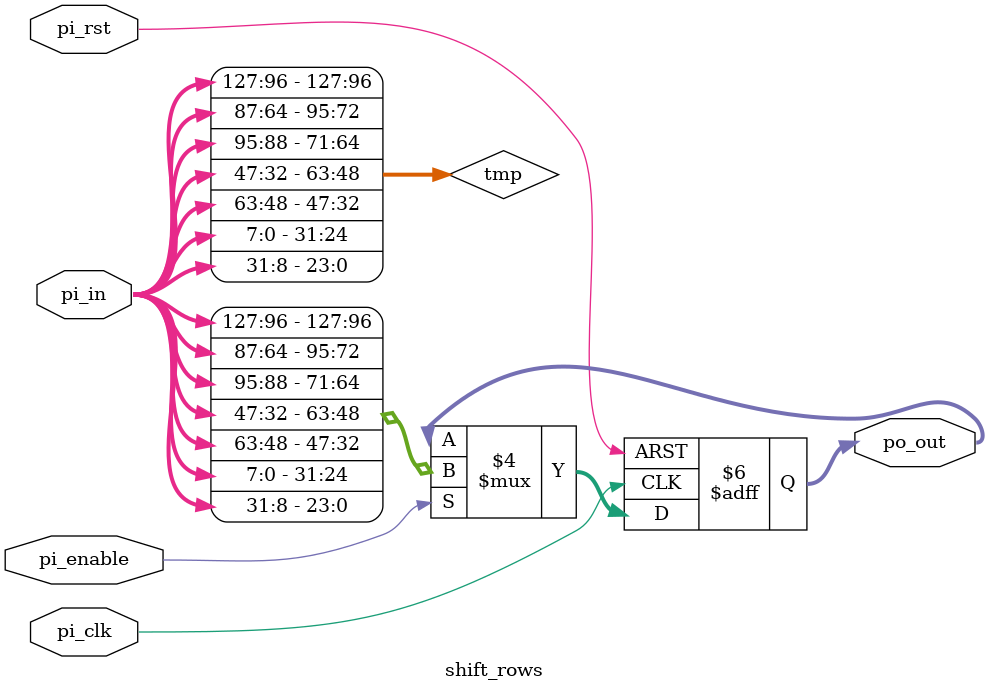
<source format=v>
module shift_rows(
    // input ports
    input pi_clk,
    input pi_rst,
    input [127:0] pi_in,
    input pi_enable,

    // output porst
    output reg [127:0] po_out
);

    // internal signal
wire [127:0] tmp;

integer i,j,k,help;

assign tmp[127:96] = pi_in[127:96];

assign tmp[95:72] = pi_in[87:64];
assign tmp[71:64] = pi_in[95:88];

assign tmp[63:48] = pi_in[47:32];
assign tmp[47:32] = pi_in[63:48];

assign tmp[31:24] = pi_in[7:0];
assign tmp[23:0] = pi_in[31:8];

    // alternate solution
/* always@(*)
begin
    for (i = 0; i < 4; i = i + 1)
        for(j = 0; j < 4; j = j + 1)
            for(k = 0; k < 8; k = k + 1)
            begin
                //if (j>=i)
                //    help = j-i;
                //else
                //    help = j-i+4;
                //tmp[32*i+8*j+k] <= pi_in[32*i+8*help+k];   //LSB is the start of matrix

                //help = (j+i)%4;                                     
                tmp[127-(32*i+8*j+k)] <= pi_in[127-(32*i+8*((j+i)%4)+k)];    //MSB is the start of matrix
            end
end */

always@(posedge pi_clk, posedge pi_rst)
begin
    if (pi_rst == 1)
        po_out <= 0;
    else if (pi_enable == 1)
        po_out <= tmp;
end

endmodule
</source>
